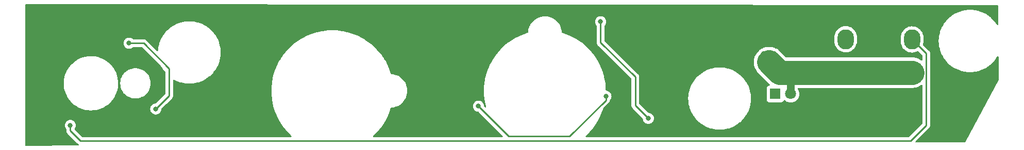
<source format=gbr>
%TF.GenerationSoftware,KiCad,Pcbnew,(6.0.9)*%
%TF.CreationDate,2022-12-26T18:23:53-09:00*%
%TF.ProjectId,PCB_ HUD VID RCD PANEL,5043422c-2048-4554-9420-564944205243,rev?*%
%TF.SameCoordinates,Original*%
%TF.FileFunction,Copper,L2,Bot*%
%TF.FilePolarity,Positive*%
%FSLAX46Y46*%
G04 Gerber Fmt 4.6, Leading zero omitted, Abs format (unit mm)*
G04 Created by KiCad (PCBNEW (6.0.9)) date 2022-12-26 18:23:53*
%MOMM*%
%LPD*%
G01*
G04 APERTURE LIST*
G04 Aperture macros list*
%AMRoundRect*
0 Rectangle with rounded corners*
0 $1 Rounding radius*
0 $2 $3 $4 $5 $6 $7 $8 $9 X,Y pos of 4 corners*
0 Add a 4 corners polygon primitive as box body*
4,1,4,$2,$3,$4,$5,$6,$7,$8,$9,$2,$3,0*
0 Add four circle primitives for the rounded corners*
1,1,$1+$1,$2,$3*
1,1,$1+$1,$4,$5*
1,1,$1+$1,$6,$7*
1,1,$1+$1,$8,$9*
0 Add four rect primitives between the rounded corners*
20,1,$1+$1,$2,$3,$4,$5,0*
20,1,$1+$1,$4,$5,$6,$7,0*
20,1,$1+$1,$6,$7,$8,$9,0*
20,1,$1+$1,$8,$9,$2,$3,0*%
G04 Aperture macros list end*
%TA.AperFunction,ComponentPad*%
%ADD10RoundRect,0.250001X-1.099999X-1.399999X1.099999X-1.399999X1.099999X1.399999X-1.099999X1.399999X0*%
%TD*%
%TA.AperFunction,ComponentPad*%
%ADD11O,2.700000X3.300000*%
%TD*%
%TA.AperFunction,ComponentPad*%
%ADD12R,1.800000X1.800000*%
%TD*%
%TA.AperFunction,ComponentPad*%
%ADD13C,1.800000*%
%TD*%
%TA.AperFunction,SMDPad,CuDef*%
%ADD14RoundRect,0.250000X1.000000X-1.500000X1.000000X1.500000X-1.000000X1.500000X-1.000000X-1.500000X0*%
%TD*%
%TA.AperFunction,ViaPad*%
%ADD15C,0.800000*%
%TD*%
%TA.AperFunction,Conductor*%
%ADD16C,0.250000*%
%TD*%
%TA.AperFunction,Conductor*%
%ADD17C,4.000000*%
%TD*%
%TA.AperFunction,Conductor*%
%ADD18C,1.250000*%
%TD*%
%TA.AperFunction,Conductor*%
%ADD19C,0.750000*%
%TD*%
G04 APERTURE END LIST*
D10*
%TO.P,J2,1,Pin_1*%
%TO.N,/LED+5V*%
X187706000Y-79375000D03*
D11*
%TO.P,J2,2,Pin_2*%
X191906000Y-79375000D03*
%TO.P,J2,3,Pin_3*%
%TO.N,/LEDGND*%
X187706000Y-73875000D03*
%TO.P,J2,4,Pin_4*%
%TO.N,/DATAOUT*%
X191906000Y-73875000D03*
%TD*%
D10*
%TO.P,J1,1,Pin_1*%
%TO.N,/LED+5V*%
X198619000Y-79414000D03*
D11*
%TO.P,J1,2,Pin_2*%
X202819000Y-79414000D03*
%TO.P,J1,3,Pin_3*%
%TO.N,/LEDGND*%
X198619000Y-73914000D03*
%TO.P,J1,4,Pin_4*%
%TO.N,/DATAIN*%
X202819000Y-73914000D03*
%TD*%
D12*
%TO.P,D17,1,K*%
%TO.N,Net-(D17-Pad1)*%
X180340000Y-82931000D03*
D13*
%TO.P,D17,2,A*%
%TO.N,/LED+5V*%
X182880000Y-82931000D03*
%TD*%
D14*
%TO.P,C1,1*%
%TO.N,/LED+5V*%
X179324000Y-77672000D03*
%TO.P,C1,2*%
%TO.N,/LEDGND*%
X179324000Y-71172000D03*
%TD*%
D15*
%TO.N,Net-(D3-Pad2)*%
X74168000Y-74549000D03*
X78562200Y-85420200D03*
%TO.N,Net-(D8-Pad2)*%
X131572000Y-84963000D03*
X152520999Y-83318001D03*
%TO.N,Net-(D11-Pad2)*%
X151638000Y-70993000D03*
X159491550Y-86974550D03*
%TO.N,/LEDGND*%
X159817000Y-81838800D03*
X183261000Y-74168000D03*
X153696000Y-87604400D03*
X167347000Y-73953000D03*
X131318000Y-82550000D03*
X123317000Y-86360000D03*
X150176000Y-73595000D03*
X164262000Y-87578800D03*
X175006000Y-74041000D03*
X96012000Y-84455000D03*
X61620800Y-90271200D03*
X65024000Y-72771000D03*
X176784000Y-81661000D03*
X158242000Y-73660000D03*
X72212600Y-72694400D03*
X112903000Y-71374000D03*
X78740000Y-88900000D03*
%TO.N,/DATAIN*%
X64516000Y-88138000D03*
%TD*%
D16*
%TO.N,Net-(D3-Pad2)*%
X80772000Y-83210400D02*
X78562200Y-85420200D01*
X74168000Y-74549000D02*
X76581000Y-74549000D01*
X80772000Y-78740000D02*
X80772000Y-83210400D01*
X76581000Y-74549000D02*
X80772000Y-78740000D01*
%TO.N,Net-(D8-Pad2)*%
X136525000Y-89916000D02*
X146558000Y-89916000D01*
X131572000Y-84963000D02*
X136525000Y-89916000D01*
X146558000Y-89916000D02*
X152520999Y-83953001D01*
X152520999Y-83953001D02*
X152520999Y-83318001D01*
%TO.N,Net-(D11-Pad2)*%
X151638000Y-74422000D02*
X157353000Y-80137000D01*
X157353000Y-84836000D02*
X159491550Y-86974550D01*
X157353000Y-80137000D02*
X157353000Y-84836000D01*
X151638000Y-70993000D02*
X151638000Y-74422000D01*
D17*
%TO.N,/LED+5V*%
X202819000Y-79414000D02*
X183046000Y-79414000D01*
X183046000Y-79414000D02*
X181066000Y-79414000D01*
D18*
X182880000Y-79580000D02*
X183046000Y-79414000D01*
X182880000Y-82931000D02*
X182880000Y-79580000D01*
D17*
X181066000Y-79414000D02*
X179324000Y-77672000D01*
D19*
X187960000Y-79629000D02*
X187706000Y-79375000D01*
D16*
%TO.N,/DATAIN*%
X205144000Y-88099000D02*
X205144000Y-76239000D01*
X205144000Y-76239000D02*
X202819000Y-73914000D01*
X202552000Y-90691400D02*
X205144000Y-88099000D01*
X64516000Y-89027000D02*
X66180400Y-90691400D01*
X64516000Y-88138000D02*
X64516000Y-89027000D01*
X66180400Y-90691400D02*
X202552000Y-90691400D01*
%TD*%
%TA.AperFunction,Conductor*%
%TO.N,/LEDGND*%
G36*
X216845430Y-68274905D02*
G01*
X216913525Y-68294993D01*
X216959950Y-68348708D01*
X216971266Y-68399913D01*
X216995279Y-71449616D01*
X216975814Y-71517892D01*
X216922526Y-71564806D01*
X216852334Y-71575463D01*
X216787523Y-71546479D01*
X216763018Y-71518310D01*
X216567176Y-71210900D01*
X216565512Y-71208732D01*
X216565504Y-71208720D01*
X216295059Y-70856271D01*
X216293377Y-70854079D01*
X216291519Y-70852051D01*
X216291512Y-70852043D01*
X215991373Y-70524498D01*
X215989522Y-70522478D01*
X215767513Y-70319045D01*
X215659957Y-70220488D01*
X215659949Y-70220481D01*
X215657921Y-70218623D01*
X215632605Y-70199197D01*
X215303280Y-69946496D01*
X215303268Y-69946488D01*
X215301100Y-69944824D01*
X214921773Y-69703166D01*
X214522828Y-69495489D01*
X214107301Y-69323371D01*
X213833938Y-69237180D01*
X213680977Y-69188952D01*
X213680970Y-69188950D01*
X213678353Y-69188125D01*
X213594375Y-69169507D01*
X213241949Y-69091376D01*
X213241946Y-69091375D01*
X213239251Y-69090778D01*
X213236521Y-69090419D01*
X213236512Y-69090417D01*
X213016293Y-69061425D01*
X212793335Y-69032072D01*
X212524544Y-69020337D01*
X212460952Y-69017560D01*
X212460947Y-69017560D01*
X212459575Y-69017500D01*
X212228425Y-69017500D01*
X212227053Y-69017560D01*
X212227048Y-69017560D01*
X212163456Y-69020337D01*
X211894665Y-69032072D01*
X211671707Y-69061425D01*
X211451488Y-69090417D01*
X211451479Y-69090419D01*
X211448749Y-69090778D01*
X211446054Y-69091375D01*
X211446051Y-69091376D01*
X211093625Y-69169507D01*
X211009647Y-69188125D01*
X211007030Y-69188950D01*
X211007023Y-69188952D01*
X210854062Y-69237180D01*
X210580699Y-69323371D01*
X210165172Y-69495489D01*
X209766227Y-69703166D01*
X209386900Y-69944824D01*
X209384732Y-69946488D01*
X209384720Y-69946496D01*
X209055395Y-70199197D01*
X209030079Y-70218623D01*
X209028051Y-70220481D01*
X209028043Y-70220488D01*
X208920487Y-70319045D01*
X208698478Y-70522478D01*
X208696627Y-70524498D01*
X208396488Y-70852043D01*
X208396481Y-70852051D01*
X208394623Y-70854079D01*
X208392941Y-70856271D01*
X208122496Y-71208720D01*
X208122488Y-71208732D01*
X208120824Y-71210900D01*
X207879166Y-71590227D01*
X207671489Y-71989172D01*
X207670437Y-71991713D01*
X207670436Y-71991714D01*
X207654642Y-72029844D01*
X207499371Y-72404699D01*
X207429464Y-72626416D01*
X207366719Y-72825421D01*
X207364125Y-72833647D01*
X207363530Y-72836331D01*
X207300623Y-73120087D01*
X207266778Y-73272749D01*
X207266419Y-73275479D01*
X207266417Y-73275488D01*
X207239925Y-73476719D01*
X207208072Y-73718665D01*
X207188454Y-74168000D01*
X207208072Y-74617335D01*
X207266778Y-75063251D01*
X207267375Y-75065946D01*
X207267376Y-75065949D01*
X207296068Y-75195368D01*
X207364125Y-75502353D01*
X207364950Y-75504970D01*
X207364952Y-75504977D01*
X207403245Y-75626426D01*
X207499371Y-75931301D01*
X207671489Y-76346828D01*
X207879166Y-76745773D01*
X208012997Y-76955846D01*
X208116114Y-77117706D01*
X208120824Y-77125100D01*
X208122488Y-77127268D01*
X208122496Y-77127280D01*
X208335259Y-77404557D01*
X208394623Y-77481921D01*
X208396481Y-77483949D01*
X208396488Y-77483957D01*
X208609611Y-77716540D01*
X208698478Y-77813522D01*
X208700498Y-77815373D01*
X209028043Y-78115512D01*
X209028051Y-78115519D01*
X209030079Y-78117377D01*
X209032271Y-78119059D01*
X209384720Y-78389504D01*
X209384732Y-78389512D01*
X209386900Y-78391176D01*
X209766227Y-78632834D01*
X210165172Y-78840511D01*
X210580699Y-79012629D01*
X210794323Y-79079984D01*
X211007023Y-79147048D01*
X211007030Y-79147050D01*
X211009647Y-79147875D01*
X211012332Y-79148470D01*
X211012331Y-79148470D01*
X211446051Y-79244624D01*
X211446054Y-79244625D01*
X211448749Y-79245222D01*
X211451479Y-79245581D01*
X211451488Y-79245583D01*
X211671707Y-79274575D01*
X211894665Y-79303928D01*
X212163456Y-79315663D01*
X212227048Y-79318440D01*
X212227053Y-79318440D01*
X212228425Y-79318500D01*
X212459575Y-79318500D01*
X212460947Y-79318440D01*
X212460952Y-79318440D01*
X212524544Y-79315663D01*
X212793335Y-79303928D01*
X213016293Y-79274575D01*
X213236512Y-79245583D01*
X213236521Y-79245581D01*
X213239251Y-79245222D01*
X213241946Y-79244625D01*
X213241949Y-79244624D01*
X213675669Y-79148470D01*
X213675668Y-79148470D01*
X213678353Y-79147875D01*
X213680970Y-79147050D01*
X213680977Y-79147048D01*
X213893677Y-79079984D01*
X214107301Y-79012629D01*
X214522828Y-78840511D01*
X214921773Y-78632834D01*
X215301100Y-78391176D01*
X215303268Y-78389512D01*
X215303280Y-78389504D01*
X215655729Y-78119059D01*
X215657921Y-78117377D01*
X215659949Y-78115519D01*
X215659957Y-78115512D01*
X215987502Y-77815373D01*
X215989522Y-77813522D01*
X216078389Y-77716540D01*
X216291512Y-77483957D01*
X216291519Y-77483949D01*
X216293377Y-77481921D01*
X216352741Y-77404557D01*
X216565504Y-77127280D01*
X216565512Y-77127268D01*
X216567176Y-77125100D01*
X216570485Y-77119906D01*
X216805288Y-76751340D01*
X216858759Y-76704635D01*
X216928992Y-76694252D01*
X216993689Y-76723489D01*
X217032309Y-76783063D01*
X217037551Y-76818045D01*
X217064304Y-80215768D01*
X217066646Y-80513210D01*
X217051841Y-80573468D01*
X211625747Y-90753398D01*
X211565655Y-90866137D01*
X211515962Y-90916843D01*
X211454918Y-90932869D01*
X210085851Y-90937797D01*
X203482321Y-90961566D01*
X203414129Y-90941809D01*
X203367444Y-90888321D01*
X203357087Y-90818084D01*
X203386347Y-90753398D01*
X203392766Y-90746478D01*
X205536298Y-88602615D01*
X205544554Y-88595102D01*
X205551018Y-88591000D01*
X205597681Y-88541310D01*
X205600405Y-88538500D01*
X205617358Y-88521544D01*
X205617369Y-88521532D01*
X205620167Y-88518733D01*
X205622628Y-88515560D01*
X205630337Y-88506533D01*
X205655158Y-88480101D01*
X205660586Y-88474321D01*
X205670362Y-88456539D01*
X205681208Y-88440026D01*
X205688779Y-88430264D01*
X205693638Y-88423999D01*
X205711180Y-88383454D01*
X205716406Y-88372786D01*
X205733875Y-88341010D01*
X205733877Y-88341005D01*
X205737695Y-88334060D01*
X205742739Y-88314414D01*
X205749139Y-88295718D01*
X205754048Y-88284372D01*
X205754048Y-88284371D01*
X205757195Y-88277098D01*
X205764103Y-88233460D01*
X205766511Y-88221832D01*
X205775528Y-88186714D01*
X205775529Y-88186707D01*
X205777500Y-88179030D01*
X205777500Y-88158741D01*
X205779050Y-88139041D01*
X205780981Y-88126840D01*
X205782221Y-88119008D01*
X205778060Y-88075024D01*
X205777500Y-88063157D01*
X205777500Y-76317768D01*
X205778027Y-76306585D01*
X205779702Y-76299092D01*
X205777562Y-76231001D01*
X205777500Y-76227044D01*
X205777500Y-76199144D01*
X205776996Y-76195153D01*
X205776063Y-76183311D01*
X205774923Y-76147036D01*
X205774674Y-76139111D01*
X205769021Y-76119652D01*
X205765012Y-76100293D01*
X205764846Y-76098983D01*
X205762474Y-76080203D01*
X205759558Y-76072837D01*
X205759556Y-76072831D01*
X205746200Y-76039098D01*
X205742355Y-76027868D01*
X205732230Y-75993017D01*
X205732230Y-75993016D01*
X205730019Y-75985407D01*
X205719705Y-75967966D01*
X205711008Y-75950213D01*
X205706472Y-75938758D01*
X205703552Y-75931383D01*
X205677563Y-75895612D01*
X205671047Y-75885692D01*
X205648542Y-75847638D01*
X205634221Y-75833317D01*
X205621380Y-75818283D01*
X205614131Y-75808306D01*
X205609472Y-75801893D01*
X205575395Y-75773702D01*
X205566616Y-75765712D01*
X204642030Y-74841126D01*
X204608004Y-74778814D01*
X204611394Y-74712782D01*
X204625696Y-74669152D01*
X204625696Y-74669151D01*
X204627118Y-74664814D01*
X204633609Y-74627431D01*
X204672601Y-74402860D01*
X204672602Y-74402852D01*
X204673257Y-74399079D01*
X204675010Y-74363860D01*
X204677422Y-74315422D01*
X204677422Y-74315414D01*
X204677500Y-74313851D01*
X204677500Y-73545488D01*
X204674671Y-73506488D01*
X204665938Y-73386140D01*
X204662953Y-73344996D01*
X204661969Y-73340538D01*
X204605791Y-73086088D01*
X204605790Y-73086084D01*
X204604806Y-73081628D01*
X204557028Y-72955520D01*
X204510868Y-72833682D01*
X204510867Y-72833679D01*
X204509250Y-72829412D01*
X204378286Y-72593632D01*
X204296472Y-72486430D01*
X204217429Y-72382859D01*
X204217428Y-72382858D01*
X204214657Y-72379227D01*
X204178478Y-72343859D01*
X204082513Y-72250047D01*
X204021792Y-72190688D01*
X203803730Y-72031966D01*
X203703969Y-71979479D01*
X203569079Y-71908510D01*
X203569073Y-71908507D01*
X203565039Y-71906385D01*
X203560734Y-71904865D01*
X203560730Y-71904863D01*
X203315033Y-71818098D01*
X203315032Y-71818098D01*
X203310720Y-71816575D01*
X203182968Y-71791395D01*
X203050572Y-71765300D01*
X203050566Y-71765299D01*
X203046100Y-71764419D01*
X203041547Y-71764192D01*
X203041544Y-71764192D01*
X202781292Y-71751236D01*
X202781286Y-71751236D01*
X202776723Y-71751009D01*
X202508231Y-71776625D01*
X202503797Y-71777710D01*
X202503791Y-71777711D01*
X202250688Y-71839645D01*
X202246250Y-71840731D01*
X201996267Y-71941985D01*
X201846215Y-72029844D01*
X201825253Y-72042118D01*
X201763518Y-72078265D01*
X201552881Y-72246716D01*
X201368766Y-72443809D01*
X201215032Y-72665416D01*
X201213001Y-72669499D01*
X201212999Y-72669502D01*
X201167345Y-72761271D01*
X201094899Y-72906894D01*
X201093478Y-72911228D01*
X201093477Y-72911231D01*
X201023667Y-73124186D01*
X201010882Y-73163186D01*
X201010102Y-73167677D01*
X201010102Y-73167678D01*
X200975158Y-73368937D01*
X200964743Y-73428921D01*
X200964552Y-73432758D01*
X200962442Y-73475149D01*
X200960500Y-73514149D01*
X200960500Y-74282512D01*
X200960665Y-74284780D01*
X200960665Y-74284792D01*
X200966055Y-74359072D01*
X200975047Y-74483004D01*
X200976031Y-74487459D01*
X200976031Y-74487462D01*
X201030912Y-74736034D01*
X201033194Y-74746372D01*
X201045485Y-74778814D01*
X201101355Y-74926279D01*
X201128750Y-74998588D01*
X201197373Y-75122132D01*
X201250875Y-75218454D01*
X201259714Y-75234368D01*
X201262486Y-75238000D01*
X201404799Y-75424474D01*
X201423343Y-75448773D01*
X201426609Y-75451966D01*
X201426611Y-75451968D01*
X201515582Y-75538943D01*
X201616208Y-75637312D01*
X201834270Y-75796034D01*
X201876559Y-75818283D01*
X202068921Y-75919490D01*
X202068927Y-75919493D01*
X202072961Y-75921615D01*
X202077266Y-75923135D01*
X202077270Y-75923137D01*
X202275153Y-75993017D01*
X202327280Y-76011425D01*
X202410706Y-76027868D01*
X202587428Y-76062700D01*
X202587434Y-76062701D01*
X202591900Y-76063581D01*
X202596453Y-76063808D01*
X202596456Y-76063808D01*
X202856708Y-76076764D01*
X202856714Y-76076764D01*
X202861277Y-76076991D01*
X203129769Y-76051375D01*
X203134203Y-76050290D01*
X203134209Y-76050289D01*
X203387312Y-75988355D01*
X203391750Y-75987269D01*
X203641733Y-75886015D01*
X203717580Y-75841605D01*
X203786471Y-75824446D01*
X203853704Y-75847257D01*
X203870339Y-75861243D01*
X204473595Y-76464499D01*
X204507621Y-76526811D01*
X204510500Y-76553594D01*
X204510500Y-77289943D01*
X204490498Y-77358064D01*
X204436842Y-77404557D01*
X204366568Y-77414661D01*
X204304186Y-77387029D01*
X204299434Y-77383098D01*
X204299428Y-77383093D01*
X204296375Y-77380568D01*
X204029869Y-77211438D01*
X204026290Y-77209754D01*
X204026283Y-77209750D01*
X203747856Y-77078733D01*
X203747852Y-77078731D01*
X203744266Y-77077044D01*
X203444072Y-76979505D01*
X203134020Y-76920359D01*
X202897838Y-76905500D01*
X182157244Y-76905500D01*
X182089123Y-76885498D01*
X182068149Y-76868595D01*
X181042030Y-75842476D01*
X181040539Y-75841161D01*
X181040531Y-75841154D01*
X180990161Y-75796747D01*
X180966347Y-75768543D01*
X180922478Y-75697652D01*
X180797303Y-75572695D01*
X180787824Y-75566852D01*
X180652968Y-75483725D01*
X180652966Y-75483724D01*
X180646738Y-75479885D01*
X180478861Y-75424203D01*
X180450986Y-75421347D01*
X180406630Y-75408271D01*
X180322216Y-75365261D01*
X180157697Y-75306030D01*
X180028955Y-75259680D01*
X180025233Y-75258340D01*
X179854501Y-75220177D01*
X179721050Y-75190347D01*
X179721044Y-75190346D01*
X179717192Y-75189485D01*
X179402949Y-75159780D01*
X179398998Y-75159904D01*
X179398992Y-75159904D01*
X179238174Y-75164958D01*
X179087463Y-75169695D01*
X179083556Y-75170314D01*
X179083554Y-75170314D01*
X178779612Y-75218454D01*
X178779607Y-75218455D01*
X178775706Y-75219073D01*
X178771906Y-75220177D01*
X178476394Y-75306030D01*
X178476390Y-75306032D01*
X178472595Y-75307134D01*
X178229805Y-75412198D01*
X178192771Y-75421887D01*
X178187435Y-75422440D01*
X178174692Y-75423762D01*
X178174688Y-75423763D01*
X178167834Y-75424474D01*
X178000054Y-75480450D01*
X177849652Y-75573522D01*
X177724695Y-75698697D01*
X177720855Y-75704927D01*
X177720854Y-75704928D01*
X177717275Y-75710735D01*
X177690389Y-75754352D01*
X177690225Y-75754618D01*
X177666292Y-75783014D01*
X177664949Y-75784198D01*
X177661819Y-75786626D01*
X177438626Y-76009819D01*
X177245166Y-76259225D01*
X177084490Y-76530913D01*
X177082917Y-76534548D01*
X177082916Y-76534550D01*
X176960706Y-76816961D01*
X176960703Y-76816969D01*
X176959134Y-76820595D01*
X176958032Y-76824390D01*
X176958030Y-76824394D01*
X176913183Y-76978761D01*
X176871073Y-77123706D01*
X176870455Y-77127607D01*
X176870454Y-77127612D01*
X176824990Y-77414661D01*
X176821695Y-77435463D01*
X176821571Y-77439419D01*
X176812742Y-77720348D01*
X176811780Y-77750949D01*
X176841485Y-78065192D01*
X176842346Y-78069044D01*
X176842347Y-78069050D01*
X176862552Y-78159442D01*
X176910340Y-78373233D01*
X176911680Y-78376955D01*
X177003803Y-78632834D01*
X177017261Y-78670216D01*
X177160559Y-78951455D01*
X177162786Y-78954732D01*
X177162789Y-78954737D01*
X177247907Y-79079984D01*
X177337977Y-79212518D01*
X177340594Y-79215486D01*
X177340596Y-79215489D01*
X177367128Y-79245583D01*
X177494476Y-79390030D01*
X177674145Y-79569699D01*
X177692194Y-79592491D01*
X177725522Y-79646348D01*
X177850697Y-79771305D01*
X177856927Y-79775145D01*
X177856928Y-79775146D01*
X177903462Y-79803830D01*
X177926441Y-79821995D01*
X179262929Y-81158483D01*
X179265683Y-81161324D01*
X179345418Y-81246233D01*
X179348469Y-81248757D01*
X179416164Y-81304759D01*
X179455903Y-81363593D01*
X179457525Y-81434571D01*
X179420516Y-81495158D01*
X179356625Y-81526119D01*
X179349457Y-81527107D01*
X179329684Y-81529255D01*
X179193295Y-81580385D01*
X179076739Y-81667739D01*
X178989385Y-81784295D01*
X178938255Y-81920684D01*
X178931500Y-81982866D01*
X178931500Y-83879134D01*
X178938255Y-83941316D01*
X178989385Y-84077705D01*
X179076739Y-84194261D01*
X179193295Y-84281615D01*
X179329684Y-84332745D01*
X179391866Y-84339500D01*
X181288134Y-84339500D01*
X181350316Y-84332745D01*
X181486705Y-84281615D01*
X181603261Y-84194261D01*
X181690615Y-84077705D01*
X181715180Y-84012178D01*
X181757822Y-83955414D01*
X181824383Y-83930714D01*
X181893732Y-83945921D01*
X181913647Y-83959464D01*
X181995172Y-84027147D01*
X182069349Y-84088730D01*
X182269322Y-84205584D01*
X182485694Y-84288209D01*
X182490760Y-84289240D01*
X182490761Y-84289240D01*
X182523467Y-84295894D01*
X182712656Y-84334385D01*
X182842089Y-84339131D01*
X182938949Y-84342683D01*
X182938953Y-84342683D01*
X182944113Y-84342872D01*
X182949233Y-84342216D01*
X182949235Y-84342216D01*
X183023166Y-84332745D01*
X183173847Y-84313442D01*
X183178795Y-84311957D01*
X183178802Y-84311956D01*
X183390747Y-84248369D01*
X183395690Y-84246886D01*
X183436685Y-84226803D01*
X183599049Y-84147262D01*
X183599052Y-84147260D01*
X183603684Y-84144991D01*
X183792243Y-84010494D01*
X183956303Y-83847005D01*
X184091458Y-83658917D01*
X184094507Y-83652749D01*
X184191784Y-83455922D01*
X184191785Y-83455920D01*
X184194078Y-83451280D01*
X184261408Y-83229671D01*
X184291640Y-83000041D01*
X184292255Y-82974872D01*
X184293245Y-82934365D01*
X184293245Y-82934361D01*
X184293327Y-82931000D01*
X184281470Y-82786775D01*
X184274773Y-82705318D01*
X184274772Y-82705312D01*
X184274349Y-82700167D01*
X184230149Y-82524198D01*
X184219184Y-82480544D01*
X184219183Y-82480540D01*
X184217925Y-82475533D01*
X184189810Y-82410873D01*
X184127630Y-82267868D01*
X184127628Y-82267865D01*
X184125570Y-82263131D01*
X184033708Y-82121134D01*
X184013500Y-82052695D01*
X184013500Y-82048500D01*
X184033502Y-81980379D01*
X184087158Y-81933886D01*
X184139500Y-81922500D01*
X202897838Y-81922500D01*
X203134020Y-81907641D01*
X203444072Y-81848495D01*
X203670122Y-81775047D01*
X203740493Y-81752182D01*
X203740494Y-81752182D01*
X203744266Y-81750956D01*
X203747852Y-81749269D01*
X203747856Y-81749267D01*
X204026283Y-81618250D01*
X204026290Y-81618246D01*
X204029869Y-81616562D01*
X204296375Y-81447432D01*
X204299428Y-81444907D01*
X204299434Y-81444902D01*
X204304186Y-81440971D01*
X204369424Y-81412962D01*
X204439449Y-81424670D01*
X204492027Y-81472377D01*
X204510500Y-81538057D01*
X204510500Y-87784439D01*
X204490498Y-87852560D01*
X204473603Y-87873526D01*
X203485079Y-88862203D01*
X202326472Y-90020989D01*
X202264163Y-90055018D01*
X202237370Y-90057900D01*
X149289721Y-90057900D01*
X149221600Y-90037898D01*
X149175107Y-89984242D01*
X149165003Y-89913968D01*
X149194497Y-89849388D01*
X149206396Y-89837386D01*
X149341774Y-89718034D01*
X149341775Y-89718033D01*
X149343261Y-89716723D01*
X149787723Y-89272261D01*
X150203399Y-88800769D01*
X150405755Y-88539893D01*
X150587437Y-88305670D01*
X150587443Y-88305662D01*
X150588649Y-88304107D01*
X150748357Y-88069105D01*
X150940843Y-87785870D01*
X150940845Y-87785867D01*
X150941954Y-87784235D01*
X150952935Y-87765668D01*
X151260900Y-87244927D01*
X151261919Y-87243204D01*
X151547281Y-86683150D01*
X151796913Y-86106284D01*
X151880442Y-85874274D01*
X152009163Y-85516738D01*
X152009168Y-85516722D01*
X152009831Y-85514881D01*
X152020811Y-85477090D01*
X152064199Y-85327746D01*
X152096101Y-85273804D01*
X152913252Y-84456653D01*
X152921538Y-84449113D01*
X152928017Y-84445001D01*
X152974643Y-84395349D01*
X152977397Y-84392508D01*
X152997134Y-84372771D01*
X152999614Y-84369574D01*
X153007319Y-84360552D01*
X153032158Y-84334101D01*
X153037585Y-84328322D01*
X153041404Y-84321376D01*
X153041406Y-84321373D01*
X153047347Y-84310567D01*
X153058198Y-84294048D01*
X153061927Y-84289240D01*
X153070613Y-84278042D01*
X153073758Y-84270773D01*
X153073761Y-84270769D01*
X153088173Y-84237464D01*
X153093390Y-84226814D01*
X153114694Y-84188061D01*
X153119732Y-84168438D01*
X153126136Y-84149735D01*
X153131032Y-84138421D01*
X153131032Y-84138420D01*
X153134180Y-84131146D01*
X153135419Y-84123323D01*
X153135422Y-84123313D01*
X153141098Y-84087477D01*
X153143504Y-84075857D01*
X153152527Y-84040712D01*
X153152527Y-84040711D01*
X153154499Y-84033031D01*
X153154499Y-84020527D01*
X153174501Y-83952406D01*
X153186862Y-83936217D01*
X153255619Y-83859854D01*
X153260039Y-83854945D01*
X153264624Y-83847005D01*
X153352222Y-83695280D01*
X153352223Y-83695279D01*
X153355526Y-83689557D01*
X153414541Y-83507929D01*
X153420514Y-83451104D01*
X153433813Y-83324566D01*
X153434503Y-83318001D01*
X153424472Y-83222565D01*
X153415231Y-83134636D01*
X153415231Y-83134634D01*
X153414541Y-83128073D01*
X153355526Y-82946445D01*
X153344673Y-82927646D01*
X153316506Y-82878860D01*
X153260039Y-82781057D01*
X153191844Y-82705318D01*
X153136674Y-82644046D01*
X153136673Y-82644045D01*
X153132252Y-82639135D01*
X152977751Y-82526883D01*
X152971723Y-82524199D01*
X152971721Y-82524198D01*
X152809318Y-82451892D01*
X152809317Y-82451892D01*
X152803287Y-82449207D01*
X152685512Y-82424173D01*
X152622942Y-82410873D01*
X152622939Y-82410873D01*
X152616486Y-82409501D01*
X152609882Y-82409501D01*
X152608064Y-82409310D01*
X152542407Y-82382299D01*
X152501775Y-82324079D01*
X152495293Y-82287958D01*
X152494377Y-82258793D01*
X152487617Y-82043708D01*
X152479855Y-81796706D01*
X152479854Y-81796692D01*
X152479793Y-81794747D01*
X152479562Y-81792294D01*
X152420827Y-81170950D01*
X152420826Y-81170943D01*
X152420640Y-81168974D01*
X152419203Y-81159897D01*
X152322621Y-80550106D01*
X152322621Y-80550105D01*
X152322311Y-80548149D01*
X152227736Y-80125044D01*
X152185627Y-79936655D01*
X152185624Y-79936644D01*
X152185195Y-79934724D01*
X152142258Y-79786933D01*
X152010382Y-79333014D01*
X152010378Y-79333001D01*
X152009831Y-79331119D01*
X152009168Y-79329278D01*
X152009163Y-79329262D01*
X151797582Y-78741574D01*
X151797581Y-78741572D01*
X151796913Y-78739716D01*
X151787727Y-78718487D01*
X151548063Y-78164657D01*
X151548062Y-78164656D01*
X151547281Y-78162850D01*
X151261919Y-77602796D01*
X151165298Y-77439419D01*
X150942966Y-77063476D01*
X150942964Y-77063473D01*
X150941954Y-77061765D01*
X150938937Y-77057325D01*
X150589761Y-76543529D01*
X150589758Y-76543525D01*
X150588649Y-76541893D01*
X150586269Y-76538824D01*
X150230526Y-76080203D01*
X150203399Y-76045231D01*
X149787723Y-75573739D01*
X149343261Y-75129277D01*
X148871769Y-74713601D01*
X148547221Y-74461856D01*
X148376670Y-74329563D01*
X148376662Y-74329557D01*
X148375107Y-74328351D01*
X148351529Y-74312327D01*
X147856870Y-73976157D01*
X147856867Y-73976155D01*
X147855235Y-73975046D01*
X147802508Y-73943863D01*
X147315927Y-73656100D01*
X147314204Y-73655081D01*
X146754150Y-73369719D01*
X146707535Y-73349547D01*
X146179096Y-73120871D01*
X146179093Y-73120870D01*
X146177284Y-73120087D01*
X146175426Y-73119418D01*
X145587738Y-72907837D01*
X145587722Y-72907832D01*
X145585881Y-72907169D01*
X145366119Y-72843322D01*
X145306285Y-72805110D01*
X145276607Y-72740614D01*
X145275463Y-72729250D01*
X145271744Y-72661670D01*
X145267092Y-72577142D01*
X145263811Y-72558625D01*
X145209122Y-72250047D01*
X145208461Y-72246316D01*
X145207359Y-72242700D01*
X145207357Y-72242692D01*
X145111615Y-71928553D01*
X145111612Y-71928546D01*
X145110510Y-71924929D01*
X144974658Y-71617637D01*
X144972722Y-71614383D01*
X144972719Y-71614377D01*
X144804811Y-71332151D01*
X144804810Y-71332150D01*
X144802872Y-71328892D01*
X144786774Y-71308025D01*
X144599964Y-71065886D01*
X144597642Y-71062876D01*
X144594983Y-71060175D01*
X144594977Y-71060168D01*
X144528856Y-70993000D01*
X150724496Y-70993000D01*
X150725186Y-70999565D01*
X150732157Y-71065886D01*
X150744458Y-71182928D01*
X150803473Y-71364556D01*
X150806776Y-71370278D01*
X150806777Y-71370279D01*
X150840686Y-71429010D01*
X150898960Y-71529944D01*
X150972137Y-71611215D01*
X151002853Y-71675221D01*
X151004500Y-71695524D01*
X151004500Y-74343233D01*
X151003973Y-74354416D01*
X151002298Y-74361909D01*
X151002547Y-74369835D01*
X151002547Y-74369836D01*
X151004438Y-74429986D01*
X151004500Y-74433945D01*
X151004500Y-74461856D01*
X151004997Y-74465790D01*
X151004997Y-74465791D01*
X151005005Y-74465856D01*
X151005938Y-74477693D01*
X151007327Y-74521889D01*
X151012978Y-74541339D01*
X151016987Y-74560700D01*
X151019526Y-74580797D01*
X151022445Y-74588168D01*
X151022445Y-74588170D01*
X151035804Y-74621912D01*
X151039649Y-74633142D01*
X151051982Y-74675593D01*
X151056015Y-74682412D01*
X151056017Y-74682417D01*
X151062293Y-74693028D01*
X151070988Y-74710776D01*
X151078448Y-74729617D01*
X151083110Y-74736033D01*
X151083110Y-74736034D01*
X151104436Y-74765387D01*
X151110952Y-74775307D01*
X151133458Y-74813362D01*
X151147779Y-74827683D01*
X151160619Y-74842716D01*
X151172528Y-74859107D01*
X151206605Y-74887298D01*
X151215384Y-74895288D01*
X156682595Y-80362499D01*
X156716621Y-80424811D01*
X156719500Y-80451594D01*
X156719500Y-84757233D01*
X156718973Y-84768416D01*
X156717298Y-84775909D01*
X156717547Y-84783835D01*
X156717547Y-84783836D01*
X156719438Y-84843986D01*
X156719500Y-84847945D01*
X156719500Y-84875856D01*
X156719997Y-84879790D01*
X156719997Y-84879791D01*
X156720005Y-84879856D01*
X156720938Y-84891693D01*
X156722327Y-84935889D01*
X156726980Y-84951905D01*
X156727978Y-84955339D01*
X156731987Y-84974700D01*
X156734526Y-84994797D01*
X156737445Y-85002168D01*
X156737445Y-85002170D01*
X156750804Y-85035912D01*
X156754649Y-85047142D01*
X156756911Y-85054929D01*
X156766982Y-85089593D01*
X156771015Y-85096412D01*
X156771017Y-85096417D01*
X156777293Y-85107028D01*
X156785988Y-85124776D01*
X156793448Y-85143617D01*
X156798110Y-85150033D01*
X156798110Y-85150034D01*
X156819436Y-85179387D01*
X156825952Y-85189307D01*
X156837771Y-85209291D01*
X156848458Y-85227362D01*
X156862779Y-85241683D01*
X156875619Y-85256716D01*
X156887528Y-85273107D01*
X156916024Y-85296681D01*
X156921605Y-85301298D01*
X156930384Y-85309288D01*
X158544428Y-86923332D01*
X158578454Y-86985644D01*
X158580642Y-86999253D01*
X158598008Y-87164478D01*
X158657023Y-87346106D01*
X158752510Y-87511494D01*
X158880297Y-87653416D01*
X159034798Y-87765668D01*
X159040826Y-87768352D01*
X159040828Y-87768353D01*
X159203231Y-87840659D01*
X159209262Y-87843344D01*
X159302662Y-87863197D01*
X159389606Y-87881678D01*
X159389611Y-87881678D01*
X159396063Y-87883050D01*
X159587037Y-87883050D01*
X159593489Y-87881678D01*
X159593494Y-87881678D01*
X159680438Y-87863197D01*
X159773838Y-87843344D01*
X159779869Y-87840659D01*
X159942272Y-87768353D01*
X159942274Y-87768352D01*
X159948302Y-87765668D01*
X160102803Y-87653416D01*
X160230590Y-87511494D01*
X160326077Y-87346106D01*
X160385092Y-87164478D01*
X160405054Y-86974550D01*
X160385092Y-86784622D01*
X160326077Y-86602994D01*
X160230590Y-86437606D01*
X160102803Y-86295684D01*
X159948302Y-86183432D01*
X159942274Y-86180748D01*
X159942272Y-86180747D01*
X159779869Y-86108441D01*
X159779868Y-86108441D01*
X159773838Y-86105756D01*
X159680438Y-86085903D01*
X159593494Y-86067422D01*
X159593489Y-86067422D01*
X159587037Y-86066050D01*
X159531145Y-86066050D01*
X159463024Y-86046048D01*
X159442050Y-86029145D01*
X158023405Y-84610500D01*
X157989379Y-84548188D01*
X157986500Y-84521405D01*
X157986500Y-83693000D01*
X166040454Y-83693000D01*
X166060072Y-84142335D01*
X166085356Y-84334385D01*
X166114281Y-84554091D01*
X166118778Y-84588251D01*
X166119375Y-84590946D01*
X166119376Y-84590949D01*
X166176351Y-84847945D01*
X166216125Y-85027353D01*
X166216950Y-85029970D01*
X166216952Y-85029977D01*
X166259787Y-85165831D01*
X166351371Y-85456301D01*
X166523489Y-85871828D01*
X166731166Y-86270773D01*
X166972824Y-86650100D01*
X166974488Y-86652268D01*
X166974496Y-86652280D01*
X167240742Y-86999257D01*
X167246623Y-87006921D01*
X167248481Y-87008949D01*
X167248488Y-87008957D01*
X167464714Y-87244927D01*
X167550478Y-87338522D01*
X167552498Y-87340373D01*
X167880043Y-87640512D01*
X167880051Y-87640519D01*
X167882079Y-87642377D01*
X167884271Y-87644059D01*
X168236720Y-87914504D01*
X168236732Y-87914512D01*
X168238900Y-87916176D01*
X168241212Y-87917649D01*
X168241215Y-87917651D01*
X168349407Y-87986577D01*
X168618227Y-88157834D01*
X169017172Y-88365511D01*
X169432699Y-88537629D01*
X169706062Y-88623820D01*
X169859023Y-88672048D01*
X169859030Y-88672050D01*
X169861647Y-88672875D01*
X169864332Y-88673470D01*
X169864331Y-88673470D01*
X170298051Y-88769624D01*
X170298054Y-88769625D01*
X170300749Y-88770222D01*
X170303479Y-88770581D01*
X170303488Y-88770583D01*
X170467369Y-88792158D01*
X170746665Y-88828928D01*
X171012262Y-88840524D01*
X171079048Y-88843440D01*
X171079053Y-88843440D01*
X171080425Y-88843500D01*
X171311575Y-88843500D01*
X171312947Y-88843440D01*
X171312952Y-88843440D01*
X171379738Y-88840524D01*
X171645335Y-88828928D01*
X171924631Y-88792158D01*
X172088512Y-88770583D01*
X172088521Y-88770581D01*
X172091251Y-88770222D01*
X172093946Y-88769625D01*
X172093949Y-88769624D01*
X172527669Y-88673470D01*
X172527668Y-88673470D01*
X172530353Y-88672875D01*
X172532970Y-88672050D01*
X172532977Y-88672048D01*
X172685938Y-88623820D01*
X172959301Y-88537629D01*
X173374828Y-88365511D01*
X173773773Y-88157834D01*
X174042593Y-87986577D01*
X174150785Y-87917651D01*
X174150788Y-87917649D01*
X174153100Y-87916176D01*
X174155268Y-87914512D01*
X174155280Y-87914504D01*
X174507729Y-87644059D01*
X174509921Y-87642377D01*
X174511949Y-87640519D01*
X174511957Y-87640512D01*
X174839502Y-87340373D01*
X174841522Y-87338522D01*
X174927286Y-87244927D01*
X175143512Y-87008957D01*
X175143519Y-87008949D01*
X175145377Y-87006921D01*
X175151258Y-86999257D01*
X175417504Y-86652280D01*
X175417512Y-86652268D01*
X175419176Y-86650100D01*
X175660834Y-86270773D01*
X175868511Y-85871828D01*
X176040629Y-85456301D01*
X176132213Y-85165831D01*
X176175048Y-85029977D01*
X176175050Y-85029970D01*
X176175875Y-85027353D01*
X176215649Y-84847945D01*
X176272624Y-84590949D01*
X176272625Y-84590946D01*
X176273222Y-84588251D01*
X176277720Y-84554091D01*
X176306644Y-84334385D01*
X176331928Y-84142335D01*
X176351546Y-83693000D01*
X176331928Y-83243665D01*
X176293626Y-82952730D01*
X176273583Y-82800488D01*
X176273581Y-82800479D01*
X176273222Y-82797749D01*
X176269522Y-82781057D01*
X176176470Y-82361331D01*
X176175875Y-82358647D01*
X176040629Y-81929699D01*
X175868511Y-81514172D01*
X175660834Y-81115227D01*
X175489577Y-80846407D01*
X175420651Y-80738215D01*
X175420649Y-80738212D01*
X175419176Y-80735900D01*
X175417512Y-80733732D01*
X175417504Y-80733720D01*
X175147059Y-80381271D01*
X175145377Y-80379079D01*
X175143519Y-80377051D01*
X175143512Y-80377043D01*
X174843373Y-80049498D01*
X174841522Y-80047478D01*
X174812094Y-80020512D01*
X174511957Y-79745488D01*
X174511949Y-79745481D01*
X174509921Y-79743623D01*
X174479621Y-79720373D01*
X174155280Y-79471496D01*
X174155268Y-79471488D01*
X174153100Y-79469824D01*
X174145899Y-79465236D01*
X174030063Y-79391441D01*
X173773773Y-79228166D01*
X173374828Y-79020489D01*
X172959301Y-78848371D01*
X172685938Y-78762180D01*
X172532977Y-78713952D01*
X172532970Y-78713950D01*
X172530353Y-78713125D01*
X172268810Y-78655142D01*
X172093949Y-78616376D01*
X172093946Y-78616375D01*
X172091251Y-78615778D01*
X172088521Y-78615419D01*
X172088512Y-78615417D01*
X171868293Y-78586425D01*
X171645335Y-78557072D01*
X171376544Y-78545337D01*
X171312952Y-78542560D01*
X171312947Y-78542560D01*
X171311575Y-78542500D01*
X171080425Y-78542500D01*
X171079053Y-78542560D01*
X171079048Y-78542560D01*
X171015456Y-78545337D01*
X170746665Y-78557072D01*
X170523707Y-78586425D01*
X170303488Y-78615417D01*
X170303479Y-78615419D01*
X170300749Y-78615778D01*
X170298054Y-78616375D01*
X170298051Y-78616376D01*
X170123190Y-78655142D01*
X169861647Y-78713125D01*
X169859030Y-78713950D01*
X169859023Y-78713952D01*
X169706062Y-78762180D01*
X169432699Y-78848371D01*
X169017172Y-79020489D01*
X168618227Y-79228166D01*
X168361937Y-79391441D01*
X168246102Y-79465236D01*
X168238900Y-79469824D01*
X168236732Y-79471488D01*
X168236720Y-79471496D01*
X167912379Y-79720373D01*
X167882079Y-79743623D01*
X167880051Y-79745481D01*
X167880043Y-79745488D01*
X167579906Y-80020512D01*
X167550478Y-80047478D01*
X167548627Y-80049498D01*
X167248488Y-80377043D01*
X167248481Y-80377051D01*
X167246623Y-80379079D01*
X167244941Y-80381271D01*
X166974496Y-80733720D01*
X166974488Y-80733732D01*
X166972824Y-80735900D01*
X166971351Y-80738212D01*
X166971349Y-80738215D01*
X166902423Y-80846407D01*
X166731166Y-81115227D01*
X166523489Y-81514172D01*
X166351371Y-81929699D01*
X166216125Y-82358647D01*
X166215530Y-82361331D01*
X166122479Y-82781057D01*
X166118778Y-82797749D01*
X166118419Y-82800479D01*
X166118417Y-82800488D01*
X166098374Y-82952730D01*
X166060072Y-83243665D01*
X166040454Y-83693000D01*
X157986500Y-83693000D01*
X157986500Y-80215768D01*
X157987027Y-80204585D01*
X157988702Y-80197092D01*
X157986562Y-80129001D01*
X157986500Y-80125044D01*
X157986500Y-80097144D01*
X157985996Y-80093153D01*
X157985063Y-80081311D01*
X157984657Y-80068369D01*
X157983674Y-80037111D01*
X157979882Y-80024059D01*
X157978021Y-80017652D01*
X157974012Y-79998293D01*
X157973846Y-79996983D01*
X157971474Y-79978203D01*
X157968558Y-79970837D01*
X157968556Y-79970831D01*
X157955200Y-79937098D01*
X157951355Y-79925868D01*
X157941230Y-79891017D01*
X157941230Y-79891016D01*
X157939019Y-79883407D01*
X157928705Y-79865966D01*
X157920008Y-79848213D01*
X157915472Y-79836758D01*
X157912552Y-79829383D01*
X157886563Y-79793612D01*
X157880047Y-79783692D01*
X157874993Y-79775146D01*
X157857542Y-79745638D01*
X157843221Y-79731317D01*
X157830380Y-79716283D01*
X157823131Y-79706306D01*
X157818472Y-79699893D01*
X157784395Y-79671702D01*
X157775616Y-79663712D01*
X152355417Y-74243512D01*
X190047500Y-74243512D01*
X190047665Y-74245780D01*
X190047665Y-74245792D01*
X190054735Y-74343233D01*
X190062047Y-74444004D01*
X190063031Y-74448459D01*
X190063031Y-74448462D01*
X190113178Y-74675593D01*
X190120194Y-74707372D01*
X190160350Y-74813362D01*
X190189794Y-74891077D01*
X190215750Y-74959588D01*
X190271808Y-75060512D01*
X190336928Y-75177749D01*
X190346714Y-75195368D01*
X190428529Y-75302571D01*
X190475351Y-75363922D01*
X190510343Y-75409773D01*
X190513609Y-75412966D01*
X190513611Y-75412968D01*
X190559165Y-75457500D01*
X190703208Y-75598312D01*
X190921270Y-75757034D01*
X190995397Y-75796034D01*
X191155921Y-75880490D01*
X191155927Y-75880493D01*
X191159961Y-75882615D01*
X191164266Y-75884135D01*
X191164270Y-75884137D01*
X191351381Y-75950213D01*
X191414280Y-75972425D01*
X191542032Y-75997605D01*
X191674428Y-76023700D01*
X191674434Y-76023701D01*
X191678900Y-76024581D01*
X191683453Y-76024808D01*
X191683456Y-76024808D01*
X191943708Y-76037764D01*
X191943714Y-76037764D01*
X191948277Y-76037991D01*
X192216769Y-76012375D01*
X192221203Y-76011290D01*
X192221209Y-76011289D01*
X192474312Y-75949355D01*
X192478750Y-75948269D01*
X192728733Y-75847015D01*
X192961482Y-75710735D01*
X193172119Y-75542284D01*
X193356234Y-75345191D01*
X193509968Y-75123584D01*
X193630101Y-74882106D01*
X193635985Y-74864158D01*
X193712698Y-74630147D01*
X193712699Y-74630141D01*
X193714118Y-74625814D01*
X193728785Y-74541339D01*
X193759601Y-74363860D01*
X193759602Y-74363852D01*
X193760257Y-74360079D01*
X193762480Y-74315422D01*
X193764422Y-74276422D01*
X193764422Y-74276414D01*
X193764500Y-74274851D01*
X193764500Y-73506488D01*
X193763515Y-73492903D01*
X193750283Y-73310547D01*
X193749953Y-73305996D01*
X193748969Y-73301538D01*
X193692791Y-73047088D01*
X193692790Y-73047084D01*
X193691806Y-73042628D01*
X193637393Y-72899006D01*
X193597868Y-72794682D01*
X193597867Y-72794679D01*
X193596250Y-72790412D01*
X193503078Y-72622670D01*
X193467504Y-72558625D01*
X193467503Y-72558624D01*
X193465286Y-72554632D01*
X193358365Y-72414532D01*
X193304429Y-72343859D01*
X193304428Y-72343858D01*
X193301657Y-72340227D01*
X193108792Y-72151688D01*
X192890730Y-71992966D01*
X192730205Y-71908510D01*
X192656079Y-71869510D01*
X192656073Y-71869507D01*
X192652039Y-71867385D01*
X192647734Y-71865865D01*
X192647730Y-71865863D01*
X192402033Y-71779098D01*
X192402032Y-71779098D01*
X192397720Y-71777575D01*
X192262934Y-71751009D01*
X192137572Y-71726300D01*
X192137566Y-71726299D01*
X192133100Y-71725419D01*
X192128547Y-71725192D01*
X192128544Y-71725192D01*
X191868292Y-71712236D01*
X191868286Y-71712236D01*
X191863723Y-71712009D01*
X191595231Y-71737625D01*
X191590797Y-71738710D01*
X191590791Y-71738711D01*
X191337688Y-71800645D01*
X191333250Y-71801731D01*
X191083267Y-71902985D01*
X190850518Y-72039265D01*
X190639881Y-72207716D01*
X190455766Y-72404809D01*
X190302032Y-72626416D01*
X190300001Y-72630499D01*
X190299999Y-72630502D01*
X190253181Y-72724610D01*
X190181899Y-72867894D01*
X190180478Y-72872228D01*
X190180477Y-72872231D01*
X190101885Y-73111976D01*
X190097882Y-73124186D01*
X190097102Y-73128677D01*
X190097102Y-73128678D01*
X190055096Y-73370612D01*
X190051743Y-73389921D01*
X190047500Y-73475149D01*
X190047500Y-74243512D01*
X152355417Y-74243512D01*
X152308405Y-74196500D01*
X152274379Y-74134188D01*
X152271500Y-74107405D01*
X152271500Y-71695524D01*
X152291502Y-71627403D01*
X152303858Y-71611221D01*
X152377040Y-71529944D01*
X152435314Y-71429010D01*
X152469223Y-71370279D01*
X152469224Y-71370278D01*
X152472527Y-71364556D01*
X152531542Y-71182928D01*
X152543844Y-71065886D01*
X152550814Y-70999565D01*
X152551504Y-70993000D01*
X152544094Y-70922500D01*
X152532232Y-70809635D01*
X152532232Y-70809633D01*
X152531542Y-70803072D01*
X152472527Y-70621444D01*
X152377040Y-70456056D01*
X152249253Y-70314134D01*
X152094752Y-70201882D01*
X152088724Y-70199198D01*
X152088722Y-70199197D01*
X151926319Y-70126891D01*
X151926318Y-70126891D01*
X151920288Y-70124206D01*
X151826888Y-70104353D01*
X151739944Y-70085872D01*
X151739939Y-70085872D01*
X151733487Y-70084500D01*
X151542513Y-70084500D01*
X151536061Y-70085872D01*
X151536056Y-70085872D01*
X151449112Y-70104353D01*
X151355712Y-70124206D01*
X151349682Y-70126891D01*
X151349681Y-70126891D01*
X151187278Y-70199197D01*
X151187276Y-70199198D01*
X151181248Y-70201882D01*
X151026747Y-70314134D01*
X150898960Y-70456056D01*
X150803473Y-70621444D01*
X150744458Y-70803072D01*
X150743768Y-70809633D01*
X150743768Y-70809635D01*
X150731906Y-70922500D01*
X150724496Y-70993000D01*
X144528856Y-70993000D01*
X144364606Y-70826150D01*
X144364604Y-70826148D01*
X144361940Y-70823442D01*
X144344614Y-70809635D01*
X144102149Y-70616424D01*
X144102148Y-70616423D01*
X144099181Y-70614059D01*
X143813169Y-70437759D01*
X143508050Y-70297097D01*
X143504450Y-70295938D01*
X143504443Y-70295935D01*
X143191850Y-70195272D01*
X143191847Y-70195271D01*
X143188241Y-70194110D01*
X143184525Y-70193391D01*
X143184517Y-70193389D01*
X142862094Y-70131008D01*
X142862088Y-70131007D01*
X142858376Y-70130289D01*
X142854600Y-70130022D01*
X142854595Y-70130021D01*
X142753083Y-70122834D01*
X142593004Y-70111500D01*
X142409522Y-70111500D01*
X142407655Y-70111613D01*
X142407640Y-70111613D01*
X142162405Y-70126398D01*
X142162401Y-70126398D01*
X142158627Y-70126626D01*
X142154909Y-70127305D01*
X142154901Y-70127306D01*
X141933191Y-70167797D01*
X141828112Y-70186988D01*
X141507242Y-70286621D01*
X141200666Y-70424080D01*
X140912824Y-70597375D01*
X140909840Y-70599702D01*
X140909833Y-70599707D01*
X140657119Y-70796794D01*
X140647886Y-70803995D01*
X140409690Y-71040948D01*
X140201686Y-71304800D01*
X140199723Y-71308021D01*
X140199721Y-71308025D01*
X140061540Y-71534847D01*
X140026886Y-71591730D01*
X140025320Y-71595174D01*
X140025318Y-71595178D01*
X139889392Y-71894131D01*
X139889389Y-71894138D01*
X139887823Y-71897583D01*
X139786512Y-72217926D01*
X139781098Y-72246716D01*
X139743330Y-72447563D01*
X139724420Y-72548121D01*
X139712918Y-72723615D01*
X139712462Y-72730565D01*
X139688048Y-72797231D01*
X139631466Y-72840116D01*
X139621885Y-72843321D01*
X139404014Y-72906618D01*
X139404001Y-72906622D01*
X139402119Y-72907169D01*
X139400278Y-72907832D01*
X139400262Y-72907837D01*
X138812574Y-73119418D01*
X138810716Y-73120087D01*
X138808907Y-73120870D01*
X138808904Y-73120871D01*
X138280465Y-73349547D01*
X138233850Y-73369719D01*
X137673796Y-73655081D01*
X137672073Y-73656100D01*
X137185493Y-73943863D01*
X137132765Y-73975046D01*
X137131133Y-73976155D01*
X137131130Y-73976157D01*
X136636472Y-74312327D01*
X136612893Y-74328351D01*
X136611338Y-74329557D01*
X136611330Y-74329563D01*
X136440779Y-74461856D01*
X136116231Y-74713601D01*
X135644739Y-75129277D01*
X135200277Y-75573739D01*
X134784601Y-76045231D01*
X134757474Y-76080203D01*
X134401732Y-76538824D01*
X134399351Y-76541893D01*
X134398242Y-76543525D01*
X134398239Y-76543529D01*
X134049063Y-77057325D01*
X134046046Y-77061765D01*
X134045036Y-77063473D01*
X134045034Y-77063476D01*
X133822702Y-77439419D01*
X133726081Y-77602796D01*
X133440719Y-78162850D01*
X133439938Y-78164656D01*
X133439937Y-78164657D01*
X133200274Y-78718487D01*
X133191087Y-78739716D01*
X133190419Y-78741572D01*
X133190418Y-78741574D01*
X132978837Y-79329262D01*
X132978832Y-79329278D01*
X132978169Y-79331119D01*
X132977622Y-79333001D01*
X132977618Y-79333014D01*
X132845742Y-79786933D01*
X132802805Y-79934724D01*
X132802376Y-79936644D01*
X132802373Y-79936655D01*
X132760264Y-80125044D01*
X132665689Y-80548149D01*
X132665379Y-80550105D01*
X132665379Y-80550106D01*
X132568798Y-81159897D01*
X132567360Y-81168974D01*
X132567174Y-81170943D01*
X132567173Y-81170950D01*
X132508439Y-81792294D01*
X132508207Y-81794747D01*
X132508146Y-81796692D01*
X132508145Y-81796706D01*
X132493487Y-82263131D01*
X132488463Y-82423000D01*
X132488525Y-82424973D01*
X132506702Y-83003359D01*
X132508207Y-83051253D01*
X132508390Y-83053191D01*
X132508391Y-83053204D01*
X132565648Y-83658917D01*
X132567360Y-83677026D01*
X132567669Y-83678976D01*
X132567670Y-83678985D01*
X132654436Y-84226803D01*
X132665689Y-84297851D01*
X132715198Y-84519341D01*
X132799944Y-84898475D01*
X132802805Y-84911276D01*
X132803359Y-84913182D01*
X132803359Y-84913183D01*
X132824215Y-84984970D01*
X132824012Y-85055967D01*
X132785458Y-85115583D01*
X132720793Y-85144891D01*
X132650548Y-85134587D01*
X132614123Y-85109218D01*
X132519122Y-85014217D01*
X132485096Y-84951905D01*
X132482907Y-84938292D01*
X132482655Y-84935889D01*
X132472995Y-84843986D01*
X132466232Y-84779635D01*
X132466232Y-84779633D01*
X132465542Y-84773072D01*
X132406527Y-84591444D01*
X132402138Y-84583841D01*
X132354634Y-84501563D01*
X132311040Y-84426056D01*
X132282107Y-84393922D01*
X132187675Y-84289045D01*
X132187674Y-84289044D01*
X132183253Y-84284134D01*
X132059554Y-84194261D01*
X132034094Y-84175763D01*
X132034093Y-84175762D01*
X132028752Y-84171882D01*
X132022724Y-84169198D01*
X132022722Y-84169197D01*
X131860319Y-84096891D01*
X131860318Y-84096891D01*
X131854288Y-84094206D01*
X131760888Y-84074353D01*
X131673944Y-84055872D01*
X131673939Y-84055872D01*
X131667487Y-84054500D01*
X131476513Y-84054500D01*
X131470061Y-84055872D01*
X131470056Y-84055872D01*
X131383112Y-84074353D01*
X131289712Y-84094206D01*
X131283682Y-84096891D01*
X131283681Y-84096891D01*
X131121278Y-84169197D01*
X131121276Y-84169198D01*
X131115248Y-84171882D01*
X131109907Y-84175762D01*
X131109906Y-84175763D01*
X131084446Y-84194261D01*
X130960747Y-84284134D01*
X130956326Y-84289044D01*
X130956325Y-84289045D01*
X130861894Y-84393922D01*
X130832960Y-84426056D01*
X130789366Y-84501563D01*
X130741863Y-84583841D01*
X130737473Y-84591444D01*
X130678458Y-84773072D01*
X130677768Y-84779633D01*
X130677768Y-84779635D01*
X130667235Y-84879856D01*
X130658496Y-84963000D01*
X130659186Y-84969565D01*
X130676705Y-85136246D01*
X130678458Y-85152928D01*
X130737473Y-85334556D01*
X130832960Y-85499944D01*
X130837378Y-85504851D01*
X130837379Y-85504852D01*
X130900900Y-85575399D01*
X130960747Y-85641866D01*
X131115248Y-85754118D01*
X131121276Y-85756802D01*
X131121278Y-85756803D01*
X131283681Y-85829109D01*
X131289712Y-85831794D01*
X131383112Y-85851647D01*
X131470056Y-85870128D01*
X131470061Y-85870128D01*
X131476513Y-85871500D01*
X131532406Y-85871500D01*
X131600527Y-85891502D01*
X131621501Y-85908405D01*
X135555900Y-89842805D01*
X135589926Y-89905117D01*
X135584861Y-89975933D01*
X135542314Y-90032768D01*
X135475794Y-90057579D01*
X135466805Y-90057900D01*
X114376818Y-90057900D01*
X114308697Y-90037898D01*
X114262204Y-89984242D01*
X114252100Y-89913968D01*
X114281594Y-89849388D01*
X114293493Y-89837386D01*
X114422254Y-89723868D01*
X114422255Y-89723867D01*
X114423741Y-89722557D01*
X114868557Y-89277741D01*
X115284566Y-88805871D01*
X115670125Y-88308812D01*
X115674435Y-88302471D01*
X116022602Y-87790157D01*
X116023712Y-87788524D01*
X116343933Y-87247060D01*
X116629523Y-86686558D01*
X116800350Y-86291801D01*
X116878571Y-86111042D01*
X116878572Y-86111039D01*
X116879355Y-86109230D01*
X116881100Y-86104384D01*
X117091775Y-85519211D01*
X117091780Y-85519195D01*
X117092443Y-85517354D01*
X117093162Y-85514881D01*
X117157169Y-85294566D01*
X117195382Y-85234731D01*
X117259878Y-85205053D01*
X117270582Y-85203947D01*
X117316176Y-85201198D01*
X117425594Y-85194602D01*
X117425597Y-85194602D01*
X117429373Y-85194374D01*
X117433091Y-85193695D01*
X117433099Y-85193694D01*
X117672159Y-85150034D01*
X117759888Y-85134012D01*
X118080758Y-85034379D01*
X118387334Y-84896920D01*
X118675176Y-84723625D01*
X118678160Y-84721298D01*
X118678167Y-84721293D01*
X118937119Y-84519341D01*
X118937122Y-84519339D01*
X118940114Y-84517005D01*
X119178310Y-84280052D01*
X119386314Y-84016200D01*
X119388765Y-84012178D01*
X119559145Y-83732502D01*
X119561114Y-83729270D01*
X119562682Y-83725822D01*
X119698608Y-83426869D01*
X119698611Y-83426862D01*
X119700177Y-83423417D01*
X119801488Y-83103074D01*
X119858388Y-82800488D01*
X119862880Y-82776603D01*
X119862881Y-82776598D01*
X119863580Y-82772879D01*
X119885555Y-82437617D01*
X119867092Y-82102142D01*
X119864547Y-82087778D01*
X119831849Y-81903285D01*
X119808461Y-81771316D01*
X119807359Y-81767700D01*
X119807357Y-81767692D01*
X119711615Y-81453553D01*
X119711612Y-81453546D01*
X119710510Y-81449929D01*
X119574658Y-81142637D01*
X119572722Y-81139383D01*
X119572719Y-81139377D01*
X119404811Y-80857151D01*
X119404810Y-80857150D01*
X119402872Y-80853892D01*
X119374200Y-80816727D01*
X119214913Y-80610263D01*
X119197642Y-80587876D01*
X119194983Y-80585175D01*
X119194977Y-80585168D01*
X118964606Y-80351150D01*
X118964604Y-80351148D01*
X118961940Y-80348442D01*
X118941488Y-80332144D01*
X118702149Y-80141424D01*
X118702148Y-80141423D01*
X118699181Y-80139059D01*
X118413169Y-79962759D01*
X118108050Y-79822097D01*
X118104450Y-79820938D01*
X118104443Y-79820935D01*
X117791850Y-79720272D01*
X117791847Y-79720271D01*
X117788241Y-79719110D01*
X117784525Y-79718391D01*
X117784517Y-79718389D01*
X117462094Y-79656008D01*
X117462088Y-79656007D01*
X117458376Y-79655289D01*
X117454600Y-79655022D01*
X117454595Y-79655021D01*
X117269247Y-79641898D01*
X117202709Y-79617135D01*
X117160122Y-79560330D01*
X117157149Y-79551366D01*
X117148616Y-79521993D01*
X117111625Y-79394671D01*
X117092994Y-79330541D01*
X117092990Y-79330528D01*
X117092443Y-79328646D01*
X117091780Y-79326805D01*
X117091775Y-79326789D01*
X116880024Y-78738628D01*
X116880023Y-78738626D01*
X116879355Y-78736770D01*
X116871870Y-78719472D01*
X116630305Y-78161249D01*
X116630304Y-78161248D01*
X116629523Y-78159442D01*
X116343933Y-77598940D01*
X116059332Y-77117706D01*
X116024718Y-77059177D01*
X116024718Y-77059176D01*
X116023712Y-77057476D01*
X115783922Y-76704635D01*
X115671237Y-76538824D01*
X115671234Y-76538820D01*
X115670125Y-76537188D01*
X115284566Y-76040129D01*
X114895052Y-75598312D01*
X114869868Y-75569746D01*
X114869867Y-75569745D01*
X114868557Y-75568259D01*
X114423741Y-75123443D01*
X113951871Y-74707434D01*
X113454812Y-74321875D01*
X112934524Y-73968288D01*
X112919024Y-73959121D01*
X112394783Y-73649086D01*
X112393060Y-73648067D01*
X111832558Y-73362477D01*
X111382404Y-73167678D01*
X111257042Y-73113429D01*
X111257039Y-73113428D01*
X111255230Y-73112645D01*
X111169077Y-73081628D01*
X110665211Y-72900225D01*
X110665195Y-72900220D01*
X110663354Y-72899557D01*
X110661472Y-72899010D01*
X110661459Y-72899006D01*
X110061184Y-72724610D01*
X110061177Y-72724608D01*
X110059266Y-72724053D01*
X110057318Y-72723618D01*
X110057308Y-72723615D01*
X109605706Y-72622670D01*
X109445350Y-72586826D01*
X109065334Y-72526638D01*
X108825988Y-72488729D01*
X108825979Y-72488728D01*
X108824029Y-72488419D01*
X108822060Y-72488233D01*
X108822053Y-72488232D01*
X108199706Y-72429402D01*
X108199693Y-72429401D01*
X108197755Y-72429218D01*
X108195810Y-72429157D01*
X108195796Y-72429156D01*
X107916599Y-72420383D01*
X107729411Y-72414500D01*
X107408589Y-72414500D01*
X107221401Y-72420383D01*
X106942204Y-72429156D01*
X106942190Y-72429157D01*
X106940245Y-72429218D01*
X106938307Y-72429401D01*
X106938294Y-72429402D01*
X106315947Y-72488232D01*
X106315940Y-72488233D01*
X106313971Y-72488419D01*
X106312021Y-72488728D01*
X106312012Y-72488729D01*
X106072666Y-72526638D01*
X105692650Y-72586826D01*
X105532294Y-72622670D01*
X105080692Y-72723615D01*
X105080682Y-72723618D01*
X105078734Y-72724053D01*
X105076823Y-72724608D01*
X105076816Y-72724610D01*
X104476541Y-72899006D01*
X104476528Y-72899010D01*
X104474646Y-72899557D01*
X104472805Y-72900220D01*
X104472789Y-72900225D01*
X103968923Y-73081628D01*
X103882770Y-73112645D01*
X103880961Y-73113428D01*
X103880958Y-73113429D01*
X103755596Y-73167678D01*
X103305442Y-73362477D01*
X102744940Y-73648067D01*
X102743217Y-73649086D01*
X102218977Y-73959121D01*
X102203476Y-73968288D01*
X101683188Y-74321875D01*
X101186129Y-74707434D01*
X100714259Y-75123443D01*
X100269443Y-75568259D01*
X100268133Y-75569745D01*
X100268132Y-75569746D01*
X100242948Y-75598312D01*
X99853434Y-76040129D01*
X99467875Y-76537188D01*
X99466766Y-76538820D01*
X99466763Y-76538824D01*
X99354078Y-76704635D01*
X99114288Y-77057476D01*
X99113282Y-77059176D01*
X99113282Y-77059177D01*
X99078668Y-77117706D01*
X98794067Y-77598940D01*
X98508477Y-78159442D01*
X98507696Y-78161248D01*
X98507695Y-78161249D01*
X98266131Y-78719472D01*
X98258645Y-78736770D01*
X98257977Y-78738626D01*
X98257976Y-78738628D01*
X98046225Y-79326789D01*
X98046220Y-79326805D01*
X98045557Y-79328646D01*
X98045010Y-79330528D01*
X98045006Y-79330541D01*
X97872474Y-79924400D01*
X97870053Y-79932734D01*
X97869618Y-79934682D01*
X97869615Y-79934692D01*
X97788814Y-80296176D01*
X97732826Y-80546650D01*
X97682729Y-80862952D01*
X97635472Y-81161325D01*
X97634419Y-81167971D01*
X97634233Y-81169940D01*
X97634232Y-81169947D01*
X97576159Y-81784295D01*
X97575218Y-81794245D01*
X97575157Y-81796190D01*
X97575156Y-81796204D01*
X97559346Y-82299315D01*
X97555459Y-82423000D01*
X97555521Y-82424973D01*
X97575141Y-83049294D01*
X97575218Y-83051755D01*
X97575401Y-83053693D01*
X97575402Y-83053706D01*
X97631894Y-83651321D01*
X97634419Y-83678029D01*
X97634728Y-83679979D01*
X97634729Y-83679988D01*
X97666271Y-83879134D01*
X97732826Y-84299350D01*
X97735333Y-84310567D01*
X97869177Y-84909345D01*
X97870053Y-84913266D01*
X97870608Y-84915177D01*
X97870610Y-84915184D01*
X98044839Y-85514881D01*
X98045557Y-85517354D01*
X98046220Y-85519195D01*
X98046225Y-85519211D01*
X98256900Y-86104384D01*
X98258645Y-86109230D01*
X98259428Y-86111039D01*
X98259429Y-86111042D01*
X98337650Y-86291801D01*
X98508477Y-86686558D01*
X98794067Y-87247060D01*
X99114288Y-87788524D01*
X99115398Y-87790157D01*
X99463566Y-88302471D01*
X99467875Y-88308812D01*
X99853434Y-88805871D01*
X100269443Y-89277741D01*
X100714259Y-89722557D01*
X100715745Y-89723867D01*
X100715746Y-89723868D01*
X100844507Y-89837386D01*
X100882378Y-89897439D01*
X100881770Y-89968433D01*
X100842876Y-90027828D01*
X100778044Y-90056767D01*
X100761182Y-90057900D01*
X66494994Y-90057900D01*
X66426873Y-90037898D01*
X66405899Y-90020995D01*
X65247108Y-88862203D01*
X65213082Y-88799891D01*
X65218147Y-88729075D01*
X65242566Y-88688799D01*
X65250617Y-88679857D01*
X65250620Y-88679853D01*
X65255040Y-88674944D01*
X65347034Y-88515606D01*
X65347223Y-88515279D01*
X65347224Y-88515278D01*
X65350527Y-88509556D01*
X65409542Y-88327928D01*
X65411882Y-88305670D01*
X65428814Y-88144565D01*
X65429504Y-88138000D01*
X65409542Y-87948072D01*
X65350527Y-87766444D01*
X65255040Y-87601056D01*
X65127253Y-87459134D01*
X64972752Y-87346882D01*
X64966724Y-87344198D01*
X64966722Y-87344197D01*
X64804319Y-87271891D01*
X64804318Y-87271891D01*
X64798288Y-87269206D01*
X64684065Y-87244927D01*
X64617944Y-87230872D01*
X64617939Y-87230872D01*
X64611487Y-87229500D01*
X64420513Y-87229500D01*
X64414061Y-87230872D01*
X64414056Y-87230872D01*
X64347935Y-87244927D01*
X64233712Y-87269206D01*
X64227682Y-87271891D01*
X64227681Y-87271891D01*
X64065278Y-87344197D01*
X64065276Y-87344198D01*
X64059248Y-87346882D01*
X63904747Y-87459134D01*
X63776960Y-87601056D01*
X63681473Y-87766444D01*
X63622458Y-87948072D01*
X63602496Y-88138000D01*
X63603186Y-88144565D01*
X63620119Y-88305670D01*
X63622458Y-88327928D01*
X63681473Y-88509556D01*
X63684776Y-88515278D01*
X63684777Y-88515279D01*
X63684966Y-88515606D01*
X63776960Y-88674944D01*
X63850137Y-88756215D01*
X63880853Y-88820221D01*
X63882500Y-88840524D01*
X63882500Y-88948233D01*
X63881973Y-88959416D01*
X63880298Y-88966909D01*
X63880547Y-88974835D01*
X63880547Y-88974836D01*
X63882438Y-89034986D01*
X63882500Y-89038945D01*
X63882500Y-89066856D01*
X63882997Y-89070790D01*
X63882997Y-89070791D01*
X63883005Y-89070856D01*
X63883938Y-89082693D01*
X63885327Y-89126889D01*
X63890978Y-89146339D01*
X63894987Y-89165700D01*
X63897526Y-89185797D01*
X63900445Y-89193168D01*
X63900445Y-89193170D01*
X63913804Y-89226912D01*
X63917649Y-89238142D01*
X63929982Y-89280593D01*
X63934015Y-89287412D01*
X63934017Y-89287417D01*
X63940293Y-89298028D01*
X63948988Y-89315776D01*
X63956448Y-89334617D01*
X63961110Y-89341033D01*
X63961110Y-89341034D01*
X63982436Y-89370387D01*
X63988952Y-89380307D01*
X64011458Y-89418362D01*
X64025779Y-89432683D01*
X64038619Y-89447716D01*
X64050528Y-89464107D01*
X64056634Y-89469158D01*
X64084605Y-89492298D01*
X64093384Y-89500288D01*
X65676748Y-91083653D01*
X65684288Y-91091939D01*
X65688400Y-91098418D01*
X65694177Y-91103843D01*
X65738051Y-91145043D01*
X65740893Y-91147798D01*
X65760630Y-91167535D01*
X65763827Y-91170015D01*
X65772847Y-91177718D01*
X65805079Y-91207986D01*
X65812025Y-91211805D01*
X65812028Y-91211807D01*
X65822834Y-91217748D01*
X65839352Y-91228598D01*
X65843363Y-91231709D01*
X65884932Y-91289264D01*
X65888786Y-91360156D01*
X65853700Y-91421878D01*
X65790815Y-91454832D01*
X65766600Y-91457270D01*
X57227480Y-91488007D01*
X57159287Y-91468250D01*
X57112602Y-91414762D01*
X57101026Y-91361746D01*
X57101030Y-91360156D01*
X57122503Y-81031255D01*
X63431142Y-81031255D01*
X63433011Y-81150222D01*
X63433164Y-81159969D01*
X63437665Y-81446462D01*
X63437775Y-81453496D01*
X63484115Y-81873238D01*
X63484717Y-81876147D01*
X63484719Y-81876157D01*
X63565839Y-82267868D01*
X63569751Y-82286757D01*
X63570624Y-82289593D01*
X63570624Y-82289595D01*
X63680393Y-82646404D01*
X63693922Y-82690382D01*
X63855526Y-83080530D01*
X64053130Y-83453738D01*
X64054755Y-83456212D01*
X64054761Y-83456222D01*
X64224124Y-83714052D01*
X64284978Y-83806694D01*
X64549014Y-84136264D01*
X64551078Y-84138393D01*
X64551086Y-84138403D01*
X64745963Y-84339500D01*
X64842893Y-84439524D01*
X65164007Y-84713781D01*
X65509506Y-84956602D01*
X65647839Y-85035506D01*
X65873747Y-85164362D01*
X65873752Y-85164365D01*
X65876323Y-85165831D01*
X66261202Y-85339610D01*
X66660728Y-85476398D01*
X66663603Y-85477088D01*
X66663609Y-85477090D01*
X67068474Y-85574290D01*
X67068478Y-85574291D01*
X67071353Y-85574981D01*
X67074286Y-85575398D01*
X67074289Y-85575399D01*
X67212746Y-85595104D01*
X67489433Y-85634482D01*
X67911257Y-85654375D01*
X68333081Y-85634482D01*
X68609768Y-85595104D01*
X68748225Y-85575399D01*
X68748228Y-85575398D01*
X68751161Y-85574981D01*
X68754036Y-85574291D01*
X68754040Y-85574290D01*
X69158905Y-85477090D01*
X69158911Y-85477088D01*
X69161786Y-85476398D01*
X69561312Y-85339610D01*
X69946191Y-85165831D01*
X69948762Y-85164365D01*
X69948767Y-85164362D01*
X70174675Y-85035506D01*
X70313008Y-84956602D01*
X70658507Y-84713781D01*
X70979621Y-84439524D01*
X71076551Y-84339500D01*
X71271428Y-84138403D01*
X71271436Y-84138393D01*
X71273500Y-84136264D01*
X71537536Y-83806694D01*
X71598390Y-83714052D01*
X71767753Y-83456222D01*
X71767759Y-83456212D01*
X71769384Y-83453738D01*
X71966988Y-83080530D01*
X72128592Y-82690382D01*
X72142122Y-82646404D01*
X72251890Y-82289595D01*
X72251890Y-82289593D01*
X72252763Y-82286757D01*
X72256675Y-82267868D01*
X72337795Y-81876157D01*
X72337797Y-81876147D01*
X72338399Y-81873238D01*
X72346904Y-81796204D01*
X72384468Y-81455952D01*
X72384468Y-81455948D01*
X72384739Y-81453496D01*
X72384816Y-81451043D01*
X72384817Y-81451030D01*
X72389452Y-81303532D01*
X72393584Y-81172048D01*
X72724235Y-81172048D01*
X72743931Y-81485106D01*
X72802708Y-81793227D01*
X72899640Y-82091551D01*
X72901327Y-82095137D01*
X72901329Y-82095141D01*
X73031509Y-82371788D01*
X73031513Y-82371795D01*
X73033197Y-82375374D01*
X73201273Y-82640220D01*
X73203792Y-82643266D01*
X73203795Y-82643269D01*
X73245033Y-82693117D01*
X73401218Y-82881912D01*
X73629879Y-83096639D01*
X73883649Y-83281014D01*
X73887118Y-83282921D01*
X73887121Y-83282923D01*
X74147083Y-83425838D01*
X74158526Y-83432129D01*
X74450175Y-83547601D01*
X74753997Y-83625609D01*
X75065201Y-83664923D01*
X75378877Y-83664923D01*
X75690081Y-83625609D01*
X75993903Y-83547601D01*
X76285552Y-83432129D01*
X76296996Y-83425838D01*
X76556957Y-83282923D01*
X76556960Y-83282921D01*
X76560429Y-83281014D01*
X76814199Y-83096639D01*
X77042860Y-82881912D01*
X77199045Y-82693117D01*
X77240283Y-82643269D01*
X77240286Y-82643266D01*
X77242805Y-82640220D01*
X77410881Y-82375374D01*
X77412565Y-82371795D01*
X77412569Y-82371788D01*
X77542749Y-82095141D01*
X77542751Y-82095137D01*
X77544438Y-82091551D01*
X77641370Y-81793227D01*
X77700147Y-81485106D01*
X77719843Y-81172048D01*
X77719587Y-81167971D01*
X77717993Y-81142637D01*
X77700147Y-80858990D01*
X77641370Y-80550869D01*
X77544438Y-80252545D01*
X77527132Y-80215768D01*
X77412569Y-79972308D01*
X77412565Y-79972301D01*
X77410881Y-79968722D01*
X77242805Y-79703876D01*
X77235332Y-79694842D01*
X77150659Y-79592491D01*
X77042860Y-79462184D01*
X76901312Y-79329262D01*
X76817086Y-79250168D01*
X76817085Y-79250167D01*
X76814199Y-79247457D01*
X76560429Y-79063082D01*
X76556957Y-79061173D01*
X76289014Y-78913870D01*
X76289011Y-78913869D01*
X76285552Y-78911967D01*
X75993903Y-78796495D01*
X75690081Y-78718487D01*
X75378877Y-78679173D01*
X75065201Y-78679173D01*
X74753997Y-78718487D01*
X74450175Y-78796495D01*
X74158526Y-78911967D01*
X74155067Y-78913869D01*
X74155064Y-78913870D01*
X73887121Y-79061173D01*
X73883649Y-79063082D01*
X73629879Y-79247457D01*
X73626993Y-79250167D01*
X73626992Y-79250168D01*
X73542766Y-79329262D01*
X73401218Y-79462184D01*
X73293419Y-79592491D01*
X73208747Y-79694842D01*
X73201273Y-79703876D01*
X73033197Y-79968722D01*
X73031513Y-79972301D01*
X73031509Y-79972308D01*
X72916946Y-80215768D01*
X72899640Y-80252545D01*
X72802708Y-80550869D01*
X72743931Y-80858990D01*
X72726504Y-81135989D01*
X72724235Y-81172048D01*
X72393584Y-81172048D01*
X72373691Y-80750224D01*
X72314190Y-80332144D01*
X72305555Y-80296176D01*
X72216299Y-79924400D01*
X72216297Y-79924394D01*
X72215607Y-79921519D01*
X72078819Y-79521993D01*
X71905040Y-79137114D01*
X71864143Y-79065413D01*
X71740944Y-78849424D01*
X71695811Y-78770297D01*
X71452990Y-78424798D01*
X71408950Y-78373233D01*
X71180658Y-78105938D01*
X71178733Y-78103684D01*
X71025085Y-77954789D01*
X70877612Y-77811877D01*
X70877602Y-77811869D01*
X70875473Y-77809805D01*
X70808701Y-77756310D01*
X70759101Y-77716573D01*
X70545903Y-77545769D01*
X70451803Y-77483957D01*
X70195431Y-77315552D01*
X70195421Y-77315546D01*
X70192947Y-77313921D01*
X69819739Y-77116317D01*
X69429591Y-76954713D01*
X69426768Y-76953845D01*
X69426761Y-76953842D01*
X69028804Y-76831415D01*
X69028802Y-76831415D01*
X69025966Y-76830542D01*
X69023063Y-76829941D01*
X69023056Y-76829939D01*
X68615366Y-76745510D01*
X68615356Y-76745508D01*
X68612447Y-76744906D01*
X68192705Y-76698566D01*
X68189724Y-76698519D01*
X68189721Y-76698519D01*
X68071371Y-76696660D01*
X67770464Y-76691933D01*
X67767520Y-76692165D01*
X67767510Y-76692165D01*
X67369497Y-76723489D01*
X67349472Y-76725065D01*
X66933468Y-76797670D01*
X66930597Y-76798456D01*
X66930590Y-76798457D01*
X66529006Y-76908318D01*
X66528996Y-76908321D01*
X66526142Y-76909102D01*
X66523378Y-76910146D01*
X66523367Y-76910150D01*
X66133880Y-77057325D01*
X66133874Y-77057327D01*
X66131110Y-77058372D01*
X65751879Y-77244155D01*
X65391815Y-77464802D01*
X65213161Y-77598940D01*
X65056488Y-77716573D01*
X65056481Y-77716579D01*
X65054114Y-77718356D01*
X65051933Y-77720341D01*
X65051924Y-77720348D01*
X64794277Y-77954789D01*
X64741773Y-78002564D01*
X64739793Y-78004740D01*
X64459557Y-78312715D01*
X64459550Y-78312724D01*
X64457565Y-78314905D01*
X64455788Y-78317272D01*
X64455782Y-78317279D01*
X64375055Y-78424798D01*
X64204011Y-78652606D01*
X64202457Y-78655142D01*
X64020877Y-78951455D01*
X63983364Y-79012670D01*
X63797581Y-79391901D01*
X63796536Y-79394665D01*
X63796534Y-79394671D01*
X63649359Y-79784158D01*
X63649355Y-79784169D01*
X63648311Y-79786933D01*
X63647530Y-79789787D01*
X63647527Y-79789797D01*
X63537666Y-80191381D01*
X63536879Y-80194259D01*
X63464274Y-80610263D01*
X63464042Y-80613211D01*
X63437611Y-80949059D01*
X63431142Y-81031255D01*
X57122503Y-81031255D01*
X57135980Y-74549000D01*
X73254496Y-74549000D01*
X73255186Y-74555565D01*
X73272705Y-74722246D01*
X73274458Y-74738928D01*
X73333473Y-74920556D01*
X73428960Y-75085944D01*
X73433378Y-75090851D01*
X73433379Y-75090852D01*
X73522965Y-75190347D01*
X73556747Y-75227866D01*
X73598691Y-75258340D01*
X73668011Y-75308704D01*
X73711248Y-75340118D01*
X73717276Y-75342802D01*
X73717278Y-75342803D01*
X73879681Y-75415109D01*
X73885712Y-75417794D01*
X73979112Y-75437647D01*
X74066056Y-75456128D01*
X74066061Y-75456128D01*
X74072513Y-75457500D01*
X74263487Y-75457500D01*
X74269939Y-75456128D01*
X74269944Y-75456128D01*
X74356888Y-75437647D01*
X74450288Y-75417794D01*
X74456319Y-75415109D01*
X74618722Y-75342803D01*
X74618724Y-75342802D01*
X74624752Y-75340118D01*
X74667990Y-75308704D01*
X74770304Y-75234368D01*
X74779253Y-75227866D01*
X74783668Y-75222963D01*
X74788580Y-75218540D01*
X74789705Y-75219789D01*
X74843014Y-75186949D01*
X74876200Y-75182500D01*
X76266406Y-75182500D01*
X76334527Y-75202502D01*
X76355501Y-75219405D01*
X79402503Y-78266407D01*
X79425171Y-78297322D01*
X79607892Y-78648327D01*
X79607899Y-78648339D01*
X79609166Y-78650773D01*
X79610638Y-78653084D01*
X79610640Y-78653087D01*
X79838113Y-79010147D01*
X79850824Y-79030100D01*
X79852488Y-79032268D01*
X79852496Y-79032280D01*
X80112462Y-79371073D01*
X80138063Y-79437293D01*
X80138500Y-79447777D01*
X80138500Y-82895806D01*
X80118498Y-82963927D01*
X80101595Y-82984901D01*
X78611700Y-84474795D01*
X78549388Y-84508821D01*
X78522605Y-84511700D01*
X78466713Y-84511700D01*
X78460261Y-84513072D01*
X78460256Y-84513072D01*
X78373313Y-84531553D01*
X78279912Y-84551406D01*
X78273882Y-84554091D01*
X78273881Y-84554091D01*
X78111478Y-84626397D01*
X78111476Y-84626398D01*
X78105448Y-84629082D01*
X77950947Y-84741334D01*
X77946526Y-84746244D01*
X77946525Y-84746245D01*
X77919816Y-84775909D01*
X77823160Y-84883256D01*
X77727673Y-85048644D01*
X77668658Y-85230272D01*
X77667968Y-85236833D01*
X77667968Y-85236835D01*
X77661678Y-85296681D01*
X77648696Y-85420200D01*
X77668658Y-85610128D01*
X77727673Y-85791756D01*
X77823160Y-85957144D01*
X77950947Y-86099066D01*
X78105448Y-86211318D01*
X78111476Y-86214002D01*
X78111478Y-86214003D01*
X78273881Y-86286309D01*
X78279912Y-86288994D01*
X78373313Y-86308847D01*
X78460256Y-86327328D01*
X78460261Y-86327328D01*
X78466713Y-86328700D01*
X78657687Y-86328700D01*
X78664139Y-86327328D01*
X78664144Y-86327328D01*
X78751087Y-86308847D01*
X78844488Y-86288994D01*
X78850519Y-86286309D01*
X79012922Y-86214003D01*
X79012924Y-86214002D01*
X79018952Y-86211318D01*
X79173453Y-86099066D01*
X79301240Y-85957144D01*
X79396727Y-85791756D01*
X79455742Y-85610128D01*
X79473107Y-85444906D01*
X79500120Y-85379250D01*
X79509322Y-85368982D01*
X80324214Y-84554091D01*
X81164253Y-83714052D01*
X81172539Y-83706512D01*
X81179018Y-83702400D01*
X81225644Y-83652748D01*
X81228398Y-83649907D01*
X81248135Y-83630170D01*
X81250615Y-83626973D01*
X81258320Y-83617951D01*
X81283159Y-83591500D01*
X81288586Y-83585721D01*
X81292405Y-83578775D01*
X81292407Y-83578772D01*
X81298348Y-83567966D01*
X81309199Y-83551447D01*
X81316758Y-83541701D01*
X81321614Y-83535441D01*
X81324759Y-83528172D01*
X81324762Y-83528168D01*
X81339174Y-83494863D01*
X81344391Y-83484213D01*
X81365695Y-83445460D01*
X81370733Y-83425837D01*
X81377137Y-83407134D01*
X81382033Y-83395820D01*
X81382033Y-83395819D01*
X81385181Y-83388545D01*
X81386420Y-83380722D01*
X81386423Y-83380712D01*
X81392099Y-83344876D01*
X81394505Y-83333256D01*
X81403528Y-83298111D01*
X81403528Y-83298110D01*
X81405500Y-83290430D01*
X81405500Y-83270176D01*
X81407051Y-83250465D01*
X81408980Y-83238286D01*
X81410220Y-83230457D01*
X81406059Y-83186438D01*
X81405500Y-83174581D01*
X81405500Y-80698245D01*
X81425502Y-80630124D01*
X81479158Y-80583631D01*
X81549432Y-80573527D01*
X81589678Y-80586481D01*
X81895172Y-80745511D01*
X81897713Y-80746563D01*
X81897714Y-80746564D01*
X81906550Y-80750224D01*
X82310699Y-80917629D01*
X82584062Y-81003820D01*
X82737023Y-81052048D01*
X82737030Y-81052050D01*
X82739647Y-81052875D01*
X82742332Y-81053470D01*
X82742331Y-81053470D01*
X83176051Y-81149624D01*
X83176054Y-81149625D01*
X83178749Y-81150222D01*
X83181479Y-81150581D01*
X83181488Y-81150583D01*
X83401707Y-81179575D01*
X83624665Y-81208928D01*
X83893456Y-81220663D01*
X83957048Y-81223440D01*
X83957053Y-81223440D01*
X83958425Y-81223500D01*
X84189575Y-81223500D01*
X84190947Y-81223440D01*
X84190952Y-81223440D01*
X84254544Y-81220663D01*
X84523335Y-81208928D01*
X84746293Y-81179575D01*
X84966512Y-81150583D01*
X84966521Y-81150581D01*
X84969251Y-81150222D01*
X84971946Y-81149625D01*
X84971949Y-81149624D01*
X85405669Y-81053470D01*
X85405668Y-81053470D01*
X85408353Y-81052875D01*
X85410970Y-81052050D01*
X85410977Y-81052048D01*
X85563938Y-81003820D01*
X85837301Y-80917629D01*
X86241450Y-80750224D01*
X86250286Y-80746564D01*
X86250287Y-80746563D01*
X86252828Y-80745511D01*
X86651773Y-80537834D01*
X87031100Y-80296176D01*
X87033268Y-80294512D01*
X87033280Y-80294504D01*
X87385729Y-80024059D01*
X87387921Y-80022377D01*
X87389949Y-80020519D01*
X87389957Y-80020512D01*
X87717502Y-79720373D01*
X87719522Y-79718522D01*
X87741221Y-79694842D01*
X88021512Y-79388957D01*
X88021519Y-79388949D01*
X88023377Y-79386921D01*
X88035538Y-79371073D01*
X88295504Y-79032280D01*
X88295512Y-79032268D01*
X88297176Y-79030100D01*
X88309888Y-79010147D01*
X88417287Y-78841564D01*
X88538834Y-78650773D01*
X88746511Y-78251828D01*
X88918629Y-77836301D01*
X89035762Y-77464802D01*
X89053048Y-77409977D01*
X89053050Y-77409970D01*
X89053875Y-77407353D01*
X89116758Y-77123706D01*
X89150624Y-76970949D01*
X89150625Y-76970946D01*
X89151222Y-76968251D01*
X89152856Y-76955846D01*
X89187600Y-76691933D01*
X89209928Y-76522335D01*
X89229546Y-76073000D01*
X89209928Y-75623665D01*
X89176144Y-75367053D01*
X89151583Y-75180488D01*
X89151581Y-75180479D01*
X89151222Y-75177749D01*
X89149437Y-75169695D01*
X89054470Y-74741331D01*
X89053875Y-74738647D01*
X89051895Y-74732365D01*
X88974677Y-74487462D01*
X88918629Y-74309699D01*
X88746511Y-73894172D01*
X88538834Y-73495227D01*
X88324540Y-73158853D01*
X88298651Y-73118215D01*
X88298649Y-73118212D01*
X88297176Y-73115900D01*
X88295512Y-73113732D01*
X88295504Y-73113720D01*
X88025059Y-72761271D01*
X88023377Y-72759079D01*
X88021519Y-72757051D01*
X88021512Y-72757043D01*
X87721373Y-72429498D01*
X87719522Y-72427478D01*
X87663378Y-72376032D01*
X87389957Y-72125488D01*
X87389949Y-72125481D01*
X87387921Y-72123623D01*
X87332528Y-72081118D01*
X87033280Y-71851496D01*
X87033268Y-71851488D01*
X87031100Y-71849824D01*
X87019518Y-71842445D01*
X86876348Y-71751236D01*
X86651773Y-71608166D01*
X86252828Y-71400489D01*
X85837301Y-71228371D01*
X85563938Y-71142180D01*
X85410977Y-71093952D01*
X85410970Y-71093950D01*
X85408353Y-71093125D01*
X85172999Y-71040948D01*
X84971949Y-70996376D01*
X84971946Y-70996375D01*
X84969251Y-70995778D01*
X84966521Y-70995419D01*
X84966512Y-70995417D01*
X84746293Y-70966425D01*
X84523335Y-70937072D01*
X84254544Y-70925337D01*
X84190952Y-70922560D01*
X84190947Y-70922560D01*
X84189575Y-70922500D01*
X83958425Y-70922500D01*
X83957053Y-70922560D01*
X83957048Y-70922560D01*
X83893456Y-70925337D01*
X83624665Y-70937072D01*
X83401707Y-70966425D01*
X83181488Y-70995417D01*
X83181479Y-70995419D01*
X83178749Y-70995778D01*
X83176054Y-70996375D01*
X83176051Y-70996376D01*
X82975001Y-71040948D01*
X82739647Y-71093125D01*
X82737030Y-71093950D01*
X82737023Y-71093952D01*
X82584062Y-71142180D01*
X82310699Y-71228371D01*
X81895172Y-71400489D01*
X81496227Y-71608166D01*
X81271652Y-71751236D01*
X81128483Y-71842445D01*
X81116900Y-71849824D01*
X81114732Y-71851488D01*
X81114720Y-71851496D01*
X80815472Y-72081118D01*
X80760079Y-72123623D01*
X80758051Y-72125481D01*
X80758043Y-72125488D01*
X80484622Y-72376032D01*
X80428478Y-72427478D01*
X80426627Y-72429498D01*
X80126488Y-72757043D01*
X80126481Y-72757051D01*
X80124623Y-72759079D01*
X80122941Y-72761271D01*
X79852496Y-73113720D01*
X79852488Y-73113732D01*
X79850824Y-73115900D01*
X79849351Y-73118212D01*
X79849349Y-73118215D01*
X79823460Y-73158853D01*
X79609166Y-73495227D01*
X79401489Y-73894172D01*
X79229371Y-74309699D01*
X79173323Y-74487462D01*
X79096106Y-74732365D01*
X79094125Y-74738647D01*
X79093530Y-74741331D01*
X78998564Y-75169695D01*
X78996778Y-75177749D01*
X78996419Y-75180479D01*
X78996417Y-75180488D01*
X78971856Y-75367053D01*
X78938072Y-75623665D01*
X78937952Y-75626416D01*
X78937951Y-75626426D01*
X78934394Y-75707914D01*
X78911440Y-75775098D01*
X78855808Y-75819206D01*
X78785160Y-75826236D01*
X78719419Y-75791514D01*
X77084652Y-74156747D01*
X77077112Y-74148461D01*
X77073000Y-74141982D01*
X77023348Y-74095356D01*
X77020507Y-74092602D01*
X77000770Y-74072865D01*
X76997573Y-74070385D01*
X76988551Y-74062680D01*
X76962100Y-74037841D01*
X76956321Y-74032414D01*
X76949375Y-74028595D01*
X76949372Y-74028593D01*
X76938566Y-74022652D01*
X76922047Y-74011801D01*
X76916048Y-74007148D01*
X76906041Y-73999386D01*
X76898772Y-73996241D01*
X76898768Y-73996238D01*
X76865463Y-73981826D01*
X76854813Y-73976609D01*
X76816060Y-73955305D01*
X76796437Y-73950267D01*
X76777734Y-73943863D01*
X76766420Y-73938967D01*
X76766419Y-73938967D01*
X76759145Y-73935819D01*
X76751322Y-73934580D01*
X76751312Y-73934577D01*
X76715476Y-73928901D01*
X76703856Y-73926495D01*
X76668711Y-73917472D01*
X76668710Y-73917472D01*
X76661030Y-73915500D01*
X76640776Y-73915500D01*
X76621065Y-73913949D01*
X76608886Y-73912020D01*
X76601057Y-73910780D01*
X76593165Y-73911526D01*
X76557039Y-73914941D01*
X76545181Y-73915500D01*
X74876200Y-73915500D01*
X74808079Y-73895498D01*
X74788853Y-73879157D01*
X74788580Y-73879460D01*
X74783668Y-73875037D01*
X74779253Y-73870134D01*
X74624752Y-73757882D01*
X74618724Y-73755198D01*
X74618722Y-73755197D01*
X74456319Y-73682891D01*
X74456318Y-73682891D01*
X74450288Y-73680206D01*
X74327837Y-73654178D01*
X74269944Y-73641872D01*
X74269939Y-73641872D01*
X74263487Y-73640500D01*
X74072513Y-73640500D01*
X74066061Y-73641872D01*
X74066056Y-73641872D01*
X74008163Y-73654178D01*
X73885712Y-73680206D01*
X73879682Y-73682891D01*
X73879681Y-73682891D01*
X73717278Y-73755197D01*
X73717276Y-73755198D01*
X73711248Y-73757882D01*
X73556747Y-73870134D01*
X73552326Y-73875044D01*
X73552325Y-73875045D01*
X73443203Y-73996238D01*
X73428960Y-74012056D01*
X73414073Y-74037841D01*
X73338926Y-74168000D01*
X73333473Y-74177444D01*
X73274458Y-74359072D01*
X73273768Y-74365633D01*
X73273768Y-74365635D01*
X73263235Y-74465856D01*
X73254496Y-74549000D01*
X57135980Y-74549000D01*
X57149181Y-68199038D01*
X57169325Y-68130960D01*
X57223077Y-68084579D01*
X57275340Y-68073301D01*
X216845430Y-68274905D01*
G37*
%TD.AperFunction*%
%TD*%
M02*

</source>
